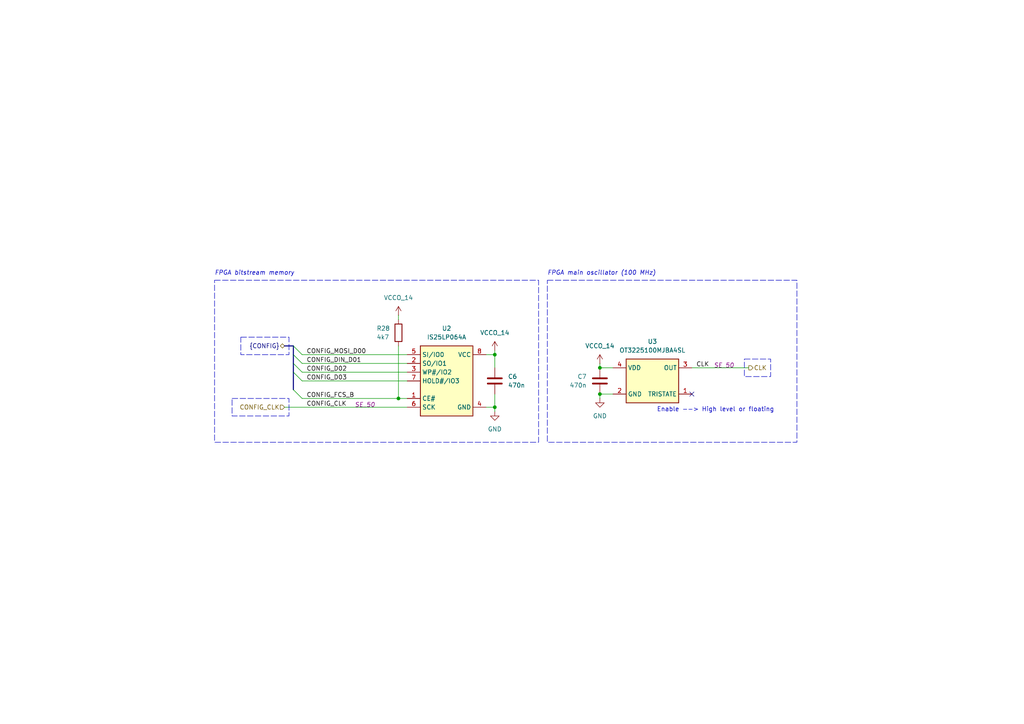
<source format=kicad_sch>
(kicad_sch (version 20250114) (generator "eeschema") (generator_version "9.0")
  (paper "A4")
  (title_block (title "nuku.carrier.template.basic") (date "2025-06-28") (rev "0") (company "Samuel López Asunción") (comment 1 "@supersmau"))
  (lib_symbols
    (symbol "Device:C" (pin_numbers (hide yes)) (pin_names (offset 0.254))
      (property "Reference" "C" (at 0.635 2.54 0))
      (property "Value" "C" (at 0.635 -2.54 0))
      (symbol "C_0_1"
        (polyline (pts (xy -2.032 0.762) (xy 2.032 0.762)) (stroke (width 0.508)))
        (polyline (pts (xy -2.032 -0.762) (xy 2.032 -0.762)) (stroke (width 0.508)))
      )
      (symbol "C_1_1"
        (pin passive line (at 0 3.81 270) (length 2.794) (name "~") (number "1"))
        (pin passive line (at 0 -3.81 90) (length 2.794) (name "~") (number "2"))
      )
    )
    (symbol "Device:R" (pin_numbers (hide yes)) (pin_names (offset 0))
      (property "Reference" "R" (at 2.032 0 90))
      (property "Value" "R" (at 0 0 90))
      (symbol "R_0_1"
        (rectangle (start -1.016 -2.54) (end 1.016 2.54) (stroke (width 0.254)))
      )
      (symbol "R_1_1"
        (pin passive line (at 0 3.81 270) (length 1.27) (name "~") (number "1"))
        (pin passive line (at 0 -3.81 90) (length 1.27) (name "~") (number "2"))
      )
    )
    (symbol "nuku:IS25LP064A"
      (property "Reference" "U" (at 0 3.81 0))
      (property "Value" "IS25LP064A" (at 0 1.27 0))
      (symbol "IS25LP064A_0_1"
        (rectangle (start 0 0) (end 15.24 -20.32) (stroke (width 0.254)) (fill (type background)))
      )
      (symbol "IS25LP064A_1_1"
        (pin bidirectional line (at -3.81 -2.54 0) (length 3.81) (name "SI/IO0") (number "5"))
        (pin bidirectional line (at -3.81 -5.08 0) (length 3.81) (name "SO/IO1") (number "2"))
        (pin bidirectional line (at -3.81 -7.62 0) (length 3.81) (name "WP#/IO2") (number "3"))
        (pin bidirectional line (at -3.81 -10.16 0) (length 3.81) (name "HOLD#/IO3") (number "7"))
        (pin input line (at -3.81 -15.24 0) (length 3.81) (name "CE#") (number "1"))
        (pin input line (at -3.81 -17.78 0) (length 3.81) (name "SCK") (number "6"))
        (pin power_in line (at 19.05 -2.54 180) (length 3.81) (name "VCC") (number "8"))
        (pin power_in line (at 19.05 -17.78 180) (length 3.81) (name "GND") (number "4"))
      )
    )
    (symbol "nuku:OT3225100MJBA4SL"
      (property "Reference" "U" (at 0 3.81 0))
      (property "Value" "OT3225100MJBA4SL" (at 0 1.27 0))
      (symbol "OT3225100MJBA4SL_0_1"
        (rectangle (start 0 0) (end 15.24 -12.7) (stroke (width 0.254)) (fill (type background)))
      )
      (symbol "OT3225100MJBA4SL_1_1"
        (pin power_in line (at -3.81 -2.54 0) (length 3.81) (name "VDD") (number "4"))
        (pin passive line (at -3.81 -10.16 0) (length 3.81) (name "GND") (number "2"))
        (pin output line (at 19.05 -2.54 180) (length 3.81) (name "OUT") (number "3"))
        (pin input line (at 19.05 -10.16 180) (length 3.81) (name "TRISTATE") (number "1"))
      )
    )
    (symbol "power:GND" (power) (pin_numbers (hide yes)) (pin_names (offset 0) (hide yes))
      (property "Value" "GND" (at 0 -3.81 0))
      (symbol "GND_0_1"
        (polyline (pts (xy 0 0) (xy 0 -1.27) (xy 1.27 -1.27) (xy 0 -2.54) (xy -1.27 -1.27) (xy 0 -1.27)))
      )
      (symbol "GND_1_1"
        (pin power_in line (at 0 0 270) (length 0) (name "~") (number "1"))
      )
    )
    (symbol "power:VCC" (power) (pin_numbers (hide yes)) (pin_names (offset 0) (hide yes))
      (property "Value" "VCC" (at 0 3.556 0))
      (symbol "VCC_0_1"
        (polyline (pts (xy -0.762 1.27) (xy 0 2.54)))
        (polyline (pts (xy 0 2.54) (xy 0.762 1.27)))
        (polyline (pts (xy 0 0) (xy 0 2.54)))
      )
      (symbol "VCC_1_1"
        (pin power_in line (at 0 0 90) (length 0) (name "~") (number "1"))
      )
    )
  )
  (rectangle (start 62.23 81.28) (end 156.21 128.27) (stroke (width 0) (type dash)))
  (rectangle (start 67.31 115.57) (end 83.82 120.65) (stroke (width 0) (type dash)))
  (rectangle (start 215.9 104.14) (end 223.52 109.22) (stroke (width 0) (type dash)))
  (rectangle (start 69.85 97.79) (end 83.82 102.87) (stroke (width 0) (type dash)))
  (rectangle (start 158.75 81.28) (end 231.14 128.27) (stroke (width 0) (type dash)))
  (text "Enable --> High level or floating" (at 190.5 118.11 0) (effects (font (size 1.27 1.27)) (justify left top)))
  (text "FPGA main oscillator (100 MHz)" (at 158.75 80.01 0) (effects (font (size 1.27 1.27) (italic yes)) (justify left bottom)))
  (text "FPGA bitstream memory" (at 62.23 80.01 0) (effects (font (size 1.27 1.27) (italic yes)) (justify left bottom)))
  (junction (at 115.57 115.57))
  (junction (at 173.99 106.68))
  (junction (at 143.51 102.87))
  (junction (at 173.99 114.3))
  (junction (at 143.51 118.11))
  (no_connect (at 200.66 114.3))
  (bus_entry (at 85.09 105.41) (size 2.54 2.54))
  (bus_entry (at 85.09 100.33) (size 2.54 2.54))
  (bus_entry (at 85.09 107.95) (size 2.54 2.54))
  (bus_entry (at 85.09 113.03) (size 2.54 2.54))
  (bus_entry (at 85.09 102.87) (size 2.54 2.54))
  (wire (pts (xy 82.55 118.11) (xy 118.11 118.11)))
  (bus (pts (xy 85.09 100.33) (xy 85.09 102.87)))
  (wire (pts (xy 173.99 106.68) (xy 177.8 106.68)))
  (bus (pts (xy 85.09 107.95) (xy 85.09 113.03)))
  (wire (pts (xy 143.51 101.6) (xy 143.51 102.87)))
  (wire (pts (xy 140.97 118.11) (xy 143.51 118.11)))
  (wire (pts (xy 87.63 105.41) (xy 118.11 105.41)))
  (wire (pts (xy 87.63 107.95) (xy 118.11 107.95)))
  (wire (pts (xy 143.51 102.87) (xy 143.51 106.68)))
  (wire (pts (xy 87.63 110.49) (xy 118.11 110.49)))
  (wire (pts (xy 200.66 106.68) (xy 217.17 106.68)))
  (wire (pts (xy 143.51 119.38) (xy 143.51 118.11)))
  (wire (pts (xy 140.97 102.87) (xy 143.51 102.87)))
  (wire (pts (xy 115.57 91.44) (xy 115.57 92.71)))
  (wire (pts (xy 143.51 114.3) (xy 143.51 118.11)))
  (wire (pts (xy 115.57 115.57) (xy 118.11 115.57)))
  (bus (pts (xy 82.55 100.33) (xy 85.09 100.33)))
  (wire (pts (xy 87.63 102.87) (xy 118.11 102.87)))
  (wire (pts (xy 115.57 100.33) (xy 115.57 115.57)))
  (wire (pts (xy 87.63 115.57) (xy 115.57 115.57)))
  (bus (pts (xy 85.09 102.87) (xy 85.09 105.41)))
  (wire (pts (xy 173.99 115.57) (xy 173.99 114.3)))
  (wire (pts (xy 173.99 114.3) (xy 177.8 114.3)))
  (bus (pts (xy 85.09 105.41) (xy 85.09 107.95)))
  (wire (pts (xy 173.99 105.41) (xy 173.99 106.68)))
  (label "CONFIG_CLK" (at 88.9 118.11 0) (property "Netclass" "SE_50" (at 102.87 118.11 0) (effects (font (italic yes)) (justify left bottom))))
  (label "CLK" (at 201.93 106.68 0) (property "Netclass" "SE_50" (at 207.01 106.68 0) (effects (font (italic yes)) (justify left bottom))))
  (label "CONFIG_FCS_B" (at 88.9 115.57 0))
  (label "CONFIG_D02" (at 88.9 107.95 0))
  (label "CONFIG_DIN_D01" (at 88.9 105.41 0))
  (label "CONFIG_D03" (at 88.9 110.49 0))
  (label "CONFIG_MOSI_D00" (at 88.9 102.87 0))
  (hierarchical_label "{CONFIG}" (shape bidirectional) (at 82.55 100.33 180))
  (hierarchical_label "CLK" (shape output) (at 217.17 106.68 0))
  (hierarchical_label "CONFIG_CLK" (shape input) (at 82.55 118.11 180))
  (symbol (lib_id "power:GND") (at 143.51 119.38 0) (unit 1)
    (property "Reference" "#PWR038" (effects (hide yes)))
    (property "Value" "GND" (at 143.51 124.46 0))
    (property "Description" "Power symbol creates a global label with name \"GND\" , ground" (effects (hide yes)))
  )
  (symbol (lib_id "Device:C") (at 173.99 110.49 0) (mirror y) (unit 1)
    (property "Reference" "C7" (at 170.18 109.2199 0) (effects (justify left)))
    (property "Value" "470n" (at 170.18 111.7599 0) (effects (justify left)))
    (property "Footprint" "Capacitor_SMD:C_0402_1005Metric" (effects (hide yes)))
    (property "Description" "Unpolarized capacitor" (effects (hide yes)))
    (property "LCSC" "C47339" (effects (hide yes)))
  )
  (symbol (lib_id "power:VCC") (at 173.99 105.41 0) (unit 1)
    (property "Reference" "#PWR039" (effects (hide yes)))
    (property "Value" "VCCO_14" (at 173.99 100.33 0))
    (property "Description" "Power symbol creates a global label with name \"VCC\"" (effects (hide yes)))
  )
  (symbol (lib_id "power:GND") (at 173.99 115.57 0) (unit 1)
    (property "Reference" "#PWR040" (effects (hide yes)))
    (property "Value" "GND" (at 173.99 120.65 0))
    (property "Description" "Power symbol creates a global label with name \"GND\" , ground" (effects (hide yes)))
  )
  (symbol (lib_id "nuku:IS25LP064A") (at 121.92 100.33 0) (unit 1)
    (property "Reference" "U2" (at 129.54 95.25 0))
    (property "Value" "IS25LP064A" (at 129.54 97.79 0))
    (property "Footprint" "Package_SO:SOIC-8_5.3x5.3mm_P1.27mm" (effects (hide yes)))
    (property "Datasheet" "https://wmsc.lcsc.com/wmsc/upload/file/pdf/v2/lcsc/2401301307_ISSI-Integrated-Silicon-Solution-IS25LP064A-JBLE-TR_C2841348.pdf" (effects (hide yes)))
    (property "LCSC" "C2841348" (effects (hide yes)))
  )
  (symbol (lib_id "power:VCC") (at 115.57 91.44 0) (unit 1)
    (property "Reference" "#PWR036" (effects (hide yes)))
    (property "Value" "VCCO_14" (at 115.57 86.36 0))
    (property "Description" "Power symbol creates a global label with name \"VCC\"" (effects (hide yes)))
  )
  (symbol (lib_id "power:VCC") (at 143.51 101.6 0) (unit 1)
    (property "Reference" "#PWR037" (effects (hide yes)))
    (property "Value" "VCCO_14" (at 143.51 96.52 0))
    (property "Description" "Power symbol creates a global label with name \"VCC\"" (effects (hide yes)))
  )
  (symbol (lib_id "nuku:OT3225100MJBA4SL") (at 181.61 104.14 0) (unit 1)
    (property "Reference" "U3" (at 189.23 99.06 0))
    (property "Value" "OT3225100MJBA4SL" (at 189.23 101.6 0))
    (property "Footprint" "Crystal:Crystal_SMD_3225-4Pin_3.2x2.5mm" (effects (hide yes)))
    (property "Datasheet" "https://jlcpcb.com/api/file/downloadByFileSystemAccessId/8590903647930687488" (effects (hide yes)))
    (property "Description" "1.8V~3.3V ±10ppm ±20ppm CMOS 100MHz SMD3225-4P Crystal Oscillators ROHS" (effects (hide yes)))
    (property "LCSC" "C4353707" (effects (hide yes)))
  )
  (symbol (lib_id "Device:R") (at 115.57 96.52 0) (unit 1)
    (property "Reference" "R28" (at 109.22 95.25 0) (effects (justify left)))
    (property "Value" "4k7" (at 109.22 97.79 0) (effects (justify left)))
    (property "Footprint" "Resistor_SMD:R_0402_1005Metric" (effects (hide yes)))
    (property "Description" "Resistor" (effects (hide yes)))
    (property "LCSC" "C25900" (effects (hide yes)))
  )
  (symbol (lib_id "Device:C") (at 143.51 110.49 0) (unit 1)
    (property "Reference" "C6" (at 147.32 109.2199 0) (effects (justify left)))
    (property "Value" "470n" (at 147.32 111.7599 0) (effects (justify left)))
    (property "Footprint" "Capacitor_SMD:C_0402_1005Metric" (effects (hide yes)))
    (property "Description" "Unpolarized capacitor" (effects (hide yes)))
    (property "LCSC" "C47339" (effects (hide yes)))
  )
)
</source>
